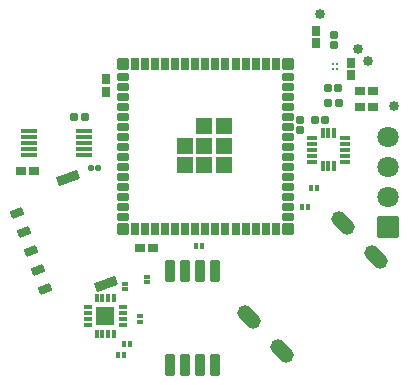
<source format=gts>
G04 Layer: TopSolderMaskLayer*
G04 EasyEDA v6.5.22, 2023-01-25 14:37:09*
G04 a2e63df7a23446a2ae1eb019cd18a306,9a4ed40c0dd746429eaf55b84663d2fb,10*
G04 Gerber Generator version 0.2*
G04 Scale: 100 percent, Rotated: No, Reflected: No *
G04 Dimensions in inches *
G04 leading zeros omitted , absolute positions ,3 integer and 6 decimal *
%FSLAX36Y36*%
%MOIN*%

%AMMACRO1*1,1,$1,$2,$3*1,1,$1,$4,$5*1,1,$1,0-$2,0-$3*1,1,$1,0-$4,0-$5*20,1,$1,$2,$3,$4,$5,0*20,1,$1,$4,$5,0-$2,0-$3,0*20,1,$1,0-$2,0-$3,0-$4,0-$5,0*20,1,$1,0-$4,0-$5,$2,$3,0*4,1,4,$2,$3,$4,$5,0-$2,0-$3,0-$4,0-$5,$2,$3,0*%
%AMMACRO2*1,1,$1,$2,$3*1,1,$1,$4,$5*20,1,$1,$2,$3,$4,$5,0*%
%AMMACRO3*4,1,4,-0.0118,-0.0197,-0.0118,0.0197,0.0118,0.0197,0.0118,-0.0197,-0.0118,-0.0197,0*%
%AMMACRO4*4,1,4,-0.0119,-0.0197,-0.0119,0.0197,0.0119,0.0197,0.0119,-0.0197,-0.0119,-0.0197,0*%
%AMMACRO5*4,1,4,-0.0118,-0.0198,-0.0118,0.0198,0.0118,0.0198,0.0118,-0.0198,-0.0118,-0.0198,0*%
%AMMACRO6*4,1,4,-0.0119,-0.0198,-0.0119,0.0198,0.0119,0.0198,0.0119,-0.0198,-0.0119,-0.0198,0*%
%ADD10MACRO1,0.008X-0.0236X0.0236X0.0236X0.0236*%
%ADD11MACRO2,0.0512X-0.0139X0.0139X0.0139X-0.0139*%
%ADD12C,0.0335*%
%ADD13MACRO1,0.004X0.0156X0.0106X0.0156X-0.0106*%
%ADD14MACRO1,0.004X-0.0156X0.0106X-0.0156X-0.0106*%
%ADD15MACRO1,0.004X-0.0111X-0.0106X-0.0111X0.0106*%
%ADD16MACRO1,0.004X0.0111X-0.0106X0.0111X0.0106*%
%ADD17MACRO1,0.004X0.0106X-0.0111X-0.0106X-0.0111*%
%ADD18MACRO1,0.004X0.0106X0.0111X-0.0106X0.0111*%
%ADD19O,0.035496X0.015024000000000003*%
%ADD20O,0.015024000000000003X0.035496*%
%ADD21MACRO1,0.004X-0.006X-0.0064X-0.006X0.0064*%
%ADD22MACRO1,0.004X0.006X-0.0064X0.006X0.0064*%
%ADD23MACRO1,0.004X0.006X0.0064X0.006X-0.0064*%
%ADD24MACRO1,0.004X-0.006X0.0064X-0.006X-0.0064*%
%ADD25MACRO1,0.004X-0.0064X0.006X0.0064X0.006*%
%ADD26MACRO1,0.004X-0.0064X-0.006X0.0064X-0.006*%
%ADD27MACRO1,0.004X-0.0073X-0.0064X-0.0073X0.0064*%
%ADD28MACRO1,0.004X0.0073X-0.0064X0.0073X0.0064*%
%ADD29MACRO1,0.004X0.0064X-0.006X-0.0064X-0.006*%
%ADD30MACRO1,0.004X0.0064X0.006X-0.0064X0.006*%
%ADD31MACRO1,0.004X-0.0156X-0.0106X-0.0156X0.0106*%
%ADD32MACRO1,0.004X0.0156X-0.0106X0.0156X0.0106*%
%ADD33MACRO1,0.004X0.0225X-0.0044X-0.0145X-0.0178*%
%ADD34MACRO1,0.004X0.038X-0.0008X-0.0286X-0.0251*%
%ADD35MACRO1,0.008X-0.0157X0.0157X0.0157X0.0157*%
%ADD36MACRO3*%
%ADD37MACRO4*%
%ADD38MACRO1,0.008X-0.0158X0.0157X0.0158X0.0157*%
%ADD39MACRO1,0.008X-0.0158X0.0079X0.0158X0.0079*%
%ADD40MACRO1,0.008X-0.0158X0.0158X0.0158X0.0158*%
%ADD41MACRO5*%
%ADD42MACRO6*%
%ADD43MACRO1,0.008X-0.0157X0.0158X0.0157X0.0158*%
%ADD44MACRO1,0.008X-0.0157X0.0079X0.0157X0.0079*%
%ADD45MACRO1,0.004X-0.0335X-0.0335X-0.0335X0.0335*%
%ADD46C,0.0709*%
%ADD47MACRO1,0.004X-0.014X0.0343X0.014X0.0343*%
%ADD48MACRO1,0.004X0.0118X0.0049X0.0118X-0.0049*%
%ADD49MACRO1,0.004X-0.0049X0.0118X0.0049X0.0118*%
%ADD50MACRO1,0.004X-0.0118X-0.0049X-0.0118X0.0049*%
%ADD51MACRO1,0.004X0.0049X-0.0118X-0.0049X-0.0118*%
%ADD52MACRO1,0.004X0.0295X-0.0295X-0.0295X-0.0295*%
%ADD53MACRO1,0.004X-0.0106X0.0156X0.0106X0.0156*%
%ADD54MACRO1,0.004X-0.0106X-0.0156X0.0106X-0.0156*%
%ADD55MACRO1,0.004X0.0106X-0.0156X-0.0106X-0.0156*%
%ADD56MACRO1,0.004X0.0106X0.0156X-0.0106X0.0156*%
%ADD57MACRO1,0.004X-0.0106X0.0111X0.0106X0.0111*%
%ADD58MACRO1,0.004X-0.0106X-0.0111X0.0106X-0.0111*%
%ADD59C,0.0119*%
%ADD60MACRO1,0.0012X-0.0256X-0.0059X-0.0256X0.0059*%
%ADD61MACRO1,0.004X-0.0256X-0.0059X-0.0256X0.0059*%
%ADD62C,0.0102*%

%LPD*%
D10*
G01*
X81920Y327129D03*
G01*
X81920Y392089D03*
G01*
X146880Y392089D03*
G01*
X146880Y327129D03*
G01*
X146880Y262170D03*
G01*
X81920Y262170D03*
G01*
X16959Y262170D03*
G01*
X16959Y327129D03*
D11*
G01*
X542790Y69410D03*
G01*
X654140Y-41950D03*
G01*
X229879Y-243490D03*
G01*
X341240Y-354850D03*
D12*
G01*
X712139Y459130D03*
G01*
X625529Y609149D03*
G01*
X594319Y650889D03*
G01*
X465599Y766799D03*
D13*
G01*
X599740Y456700D03*
D14*
G01*
X642659Y456700D03*
D15*
G01*
X485340Y412699D03*
D16*
G01*
X451259Y412699D03*
D17*
G01*
X400699Y414440D03*
D18*
G01*
X400699Y380359D03*
D19*
G01*
X550519Y275329D03*
G01*
X550519Y295019D03*
G01*
X550519Y314699D03*
G01*
X550519Y334389D03*
G01*
X550519Y354070D03*
D20*
G01*
X515079Y369819D03*
G01*
X495399Y369819D03*
G01*
X475709Y369819D03*
D19*
G01*
X440280Y354070D03*
G01*
X440280Y334389D03*
G01*
X440280Y314699D03*
G01*
X440280Y295019D03*
G01*
X440280Y275329D03*
D20*
G01*
X475709Y259589D03*
G01*
X495399Y259589D03*
G01*
X515079Y259589D03*
D13*
G01*
X599461Y510129D03*
D14*
G01*
X642379Y510129D03*
D15*
G01*
X528760Y469829D03*
D16*
G01*
X494679Y469829D03*
D15*
G01*
X526560Y520029D03*
D16*
G01*
X492479Y520029D03*
D21*
G01*
X-186190Y-371100D03*
D22*
G01*
X-205209Y-371100D03*
D15*
G01*
X-317439Y423630D03*
D16*
G01*
X-351520Y423630D03*
D21*
G01*
X427629Y122229D03*
D22*
G01*
X408609Y122229D03*
D23*
G01*
X53189Y-7200D03*
D24*
G01*
X72209Y-7200D03*
D21*
G01*
X456210Y186799D03*
D22*
G01*
X437190Y186799D03*
D25*
G01*
X-107999Y-127210D03*
D26*
G01*
X-107999Y-108189D03*
D27*
G01*
X-273604Y254899D03*
D28*
G01*
X-295196Y254899D03*
D29*
G01*
X-181500Y-132090D03*
D30*
G01*
X-181500Y-151109D03*
D29*
G01*
X-132800Y-240790D03*
D30*
G01*
X-132800Y-259809D03*
D21*
G01*
X-167489Y-331500D03*
D22*
G01*
X-186509Y-331500D03*
D31*
G01*
X-486940Y244300D03*
D32*
G01*
X-529858Y244300D03*
D33*
G01*
X-542662Y102595D03*
D34*
G01*
X-374354Y221478D03*
G01*
X-245757Y-131834D03*
D33*
G01*
X-519774Y39710D03*
G01*
X-496882Y-23183D03*
G01*
X-473994Y-86067D03*
G01*
X-451104Y-148961D03*
D35*
G01*
X-190590Y600000D03*
D36*
G01*
X-149230Y599980D03*
D37*
G01*
X-115779Y599980D03*
D36*
G01*
X-82329Y599980D03*
G01*
X-48830Y599980D03*
D37*
G01*
X-15380Y599980D03*
D36*
G01*
X18070Y599980D03*
D37*
G01*
X51519Y599980D03*
D36*
G01*
X118470Y599980D03*
D37*
G01*
X85019Y599980D03*
G01*
X151919Y599980D03*
G01*
X185419Y599980D03*
D36*
G01*
X218870Y599980D03*
D37*
G01*
X252319Y599980D03*
D36*
G01*
X285769Y599980D03*
G01*
X319270Y599980D03*
D38*
G01*
X360589Y600000D03*
D39*
G01*
X360589Y558659D03*
G01*
X360589Y525199D03*
G01*
X360589Y491730D03*
G01*
X360589Y458270D03*
G01*
X360589Y424800D03*
G01*
X360589Y391340D03*
G01*
X360589Y357870D03*
G01*
X360589Y324410D03*
G01*
X360589Y290950D03*
G01*
X360589Y257480D03*
G01*
X360589Y224020D03*
G01*
X360589Y190550D03*
G01*
X360589Y157090D03*
G01*
X360589Y123620D03*
G01*
X360589Y90160D03*
D40*
G01*
X360589Y48819D03*
D41*
G01*
X319270Y48779D03*
G01*
X285769Y48779D03*
D42*
G01*
X252319Y48779D03*
D41*
G01*
X218870Y48779D03*
D42*
G01*
X185419Y48779D03*
G01*
X151919Y48779D03*
D41*
G01*
X118470Y48779D03*
D42*
G01*
X85019Y48779D03*
G01*
X51519Y48779D03*
D41*
G01*
X18070Y48779D03*
D42*
G01*
X-15380Y48779D03*
D41*
G01*
X-48830Y48779D03*
G01*
X-82329Y48779D03*
D42*
G01*
X-115779Y48779D03*
D41*
G01*
X-149230Y48779D03*
D43*
G01*
X-190590Y48819D03*
D44*
G01*
X-190590Y90160D03*
G01*
X-190590Y123620D03*
G01*
X-190590Y157090D03*
G01*
X-190590Y190550D03*
G01*
X-190590Y224020D03*
G01*
X-190590Y257480D03*
G01*
X-190590Y290950D03*
G01*
X-190590Y324410D03*
G01*
X-190590Y357870D03*
G01*
X-190590Y391340D03*
G01*
X-190590Y424800D03*
G01*
X-190590Y458270D03*
G01*
X-190590Y491730D03*
G01*
X-190590Y558659D03*
G01*
X-190590Y525199D03*
D45*
G01*
X693299Y55699D03*
D46*
G01*
X693299Y155700D03*
G01*
X693299Y255700D03*
G01*
X693299Y355700D03*
D47*
G01*
X-32800Y-402695D03*
G01*
X17199Y-402695D03*
G01*
X67199Y-402695D03*
G01*
X117199Y-402695D03*
G01*
X117199Y-88105D03*
G01*
X67199Y-88105D03*
G01*
X17199Y-88105D03*
G01*
X-32800Y-88105D03*
D48*
G01*
X-189147Y-269268D03*
G01*
X-189146Y-249583D03*
G01*
X-189147Y-229898D03*
G01*
X-189147Y-210212D03*
D49*
G01*
X-218754Y-180744D03*
G01*
X-238439Y-180744D03*
G01*
X-258124Y-180746D03*
G01*
X-277809Y-180744D03*
D50*
G01*
X-307255Y-210272D03*
G01*
X-307255Y-229958D03*
G01*
X-307255Y-249643D03*
G01*
X-307256Y-269268D03*
D51*
G01*
X-277809Y-298855D03*
G01*
X-258124Y-298855D03*
G01*
X-238439Y-298855D03*
G01*
X-218754Y-298855D03*
D52*
G01*
X-248199Y-239800D03*
D53*
G01*
X-246999Y505940D03*
D54*
G01*
X-246999Y548858D03*
D55*
G01*
X452820Y711988D03*
D56*
G01*
X452820Y669070D03*
D31*
G01*
X-90841Y-13600D03*
D32*
G01*
X-133759Y-13600D03*
D55*
G01*
X570500Y605358D03*
D56*
G01*
X570500Y562440D03*
D57*
G01*
X515100Y662659D03*
D58*
G01*
X515100Y696740D03*
D59*
G01*
X509229Y600169D03*
G01*
X524970Y600169D03*
G01*
X509229Y584429D03*
G01*
X524970Y584429D03*
D60*
G01*
X-318380Y298153D03*
G01*
X-318381Y317833D03*
G01*
X-318381Y337514D03*
G01*
X-318381Y357204D03*
G01*
X-318381Y376893D03*
D61*
G01*
X-503420Y376884D03*
G01*
X-503420Y357204D03*
G01*
X-503420Y337523D03*
G01*
X-503420Y317834D03*
G01*
X-503420Y298143D03*
M02*

</source>
